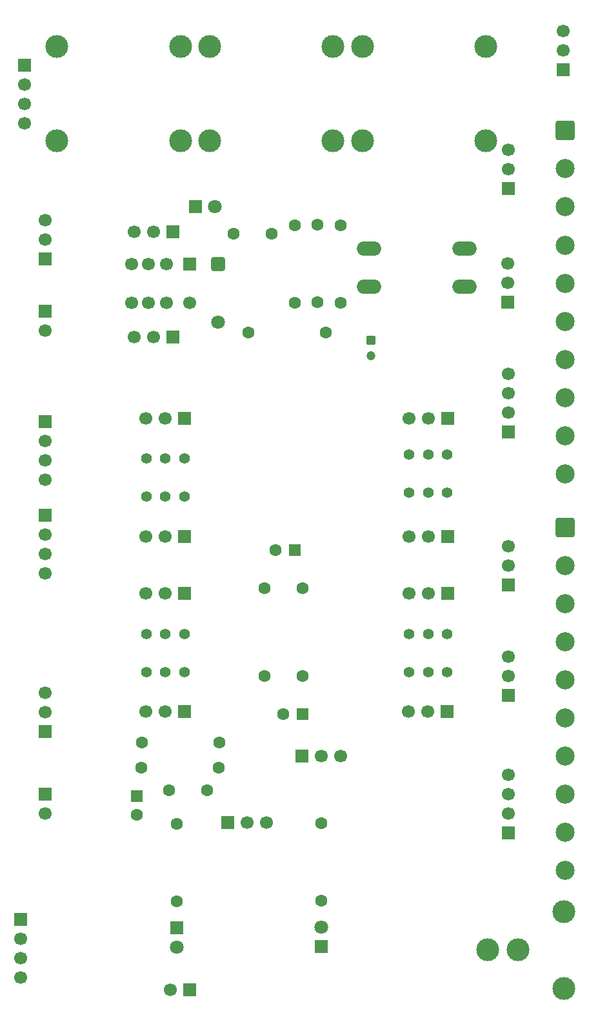
<source format=gbr>
%TF.GenerationSoftware,KiCad,Pcbnew,9.0.4*%
%TF.CreationDate,2025-11-06T00:07:10+01:00*%
%TF.ProjectId,BreadBoard,42726561-6442-46f6-9172-642e6b696361,rev?*%
%TF.SameCoordinates,Original*%
%TF.FileFunction,Soldermask,Bot*%
%TF.FilePolarity,Negative*%
%FSLAX46Y46*%
G04 Gerber Fmt 4.6, Leading zero omitted, Abs format (unit mm)*
G04 Created by KiCad (PCBNEW 9.0.4) date 2025-11-06 00:07:10*
%MOMM*%
%LPD*%
G01*
G04 APERTURE LIST*
G04 Aperture macros list*
%AMRoundRect*
0 Rectangle with rounded corners*
0 $1 Rounding radius*
0 $2 $3 $4 $5 $6 $7 $8 $9 X,Y pos of 4 corners*
0 Add a 4 corners polygon primitive as box body*
4,1,4,$2,$3,$4,$5,$6,$7,$8,$9,$2,$3,0*
0 Add four circle primitives for the rounded corners*
1,1,$1+$1,$2,$3*
1,1,$1+$1,$4,$5*
1,1,$1+$1,$6,$7*
1,1,$1+$1,$8,$9*
0 Add four rect primitives between the rounded corners*
20,1,$1+$1,$2,$3,$4,$5,0*
20,1,$1+$1,$4,$5,$6,$7,0*
20,1,$1+$1,$6,$7,$8,$9,0*
20,1,$1+$1,$8,$9,$2,$3,0*%
G04 Aperture macros list end*
%ADD10C,1.700000*%
%ADD11R,1.700000X1.700000*%
%ADD12C,1.600000*%
%ADD13C,1.400000*%
%ADD14O,3.200000X1.900000*%
%ADD15C,3.000000*%
%ADD16RoundRect,0.250000X-0.550000X0.550000X-0.550000X-0.550000X0.550000X-0.550000X0.550000X0.550000X0*%
%ADD17R,1.800000X1.800000*%
%ADD18C,1.800000*%
%ADD19RoundRect,0.250000X-1.000000X1.000000X-1.000000X-1.000000X1.000000X-1.000000X1.000000X1.000000X0*%
%ADD20C,2.500000*%
%ADD21RoundRect,0.250000X0.550000X0.550000X-0.550000X0.550000X-0.550000X-0.550000X0.550000X-0.550000X0*%
%ADD22RoundRect,0.250000X-0.350000X0.350000X-0.350000X-0.350000X0.350000X-0.350000X0.350000X0.350000X0*%
%ADD23C,1.200000*%
%ADD24RoundRect,0.250000X-0.650000X0.650000X-0.650000X-0.650000X0.650000X-0.650000X0.650000X0.650000X0*%
G04 APERTURE END LIST*
D10*
%TO.C,J4*%
X26500000Y-146040000D03*
X26500000Y-143500000D03*
X26500000Y-140960000D03*
D11*
X26500000Y-138420000D03*
%TD*%
%TO.C,J21*%
X90500000Y-74540000D03*
D10*
X90500000Y-72000000D03*
X90500000Y-69460000D03*
X90500000Y-66920000D03*
%TD*%
D12*
%TO.C,R8*%
X56420000Y-61500000D03*
X66580000Y-61500000D03*
%TD*%
D13*
%TO.C,SW3*%
X82500000Y-106000000D03*
X80000000Y-106000000D03*
X77500000Y-106000000D03*
X82500000Y-101000000D03*
X80000000Y-101000000D03*
X77500000Y-101000000D03*
%TD*%
D11*
%TO.C,J29*%
X48000000Y-72690000D03*
D10*
X45460000Y-72690000D03*
X42920000Y-72690000D03*
%TD*%
D13*
%TO.C,SW2*%
X82500000Y-82500000D03*
X80000000Y-82500000D03*
X77500000Y-82500000D03*
X82500000Y-77500000D03*
X80000000Y-77500000D03*
X77500000Y-77500000D03*
%TD*%
D11*
%TO.C,J10*%
X97750000Y-27000000D03*
D10*
X97750000Y-24460000D03*
X97750000Y-21920000D03*
%TD*%
D11*
%TO.C,J32*%
X46470100Y-48257500D03*
D10*
X43930100Y-48257500D03*
X41390100Y-48257500D03*
%TD*%
D14*
%TO.C,SW1*%
X84750000Y-55500000D03*
X72250000Y-55500000D03*
X84750000Y-50500000D03*
X72250000Y-50500000D03*
%TD*%
D15*
%TO.C,J5*%
X51300000Y-24000000D03*
X51300000Y-36300000D03*
X67500000Y-36300000D03*
X67500000Y-24000000D03*
%TD*%
D16*
%TO.C,C5*%
X41750000Y-122250000D03*
D12*
X41750000Y-124750000D03*
%TD*%
%TO.C,R7*%
X68500000Y-47420000D03*
X68500000Y-57580000D03*
%TD*%
D17*
%TO.C,D3*%
X49460000Y-45000000D03*
D18*
X52000000Y-45000000D03*
%TD*%
D11*
%TO.C,J23*%
X90500000Y-42580000D03*
D10*
X90500000Y-40040000D03*
X90500000Y-37500000D03*
%TD*%
D11*
%TO.C,J9*%
X27000000Y-26430000D03*
D10*
X27000000Y-28970000D03*
X27000000Y-31510000D03*
X27000000Y-34050000D03*
%TD*%
D12*
%TO.C,R2*%
X47000000Y-125920000D03*
X47000000Y-136080000D03*
%TD*%
D11*
%TO.C,J13*%
X53670000Y-125750000D03*
D10*
X56210000Y-125750000D03*
X58750000Y-125750000D03*
%TD*%
D11*
%TO.C,J22*%
X90475000Y-57525000D03*
D10*
X90475000Y-54985000D03*
X90475000Y-52445000D03*
%TD*%
D15*
%TO.C,J6*%
X31300000Y-24000000D03*
X31300000Y-36300000D03*
X47500000Y-36300000D03*
X47500000Y-24000000D03*
%TD*%
D11*
%TO.C,J15*%
X90500000Y-127120000D03*
D10*
X90500000Y-124580000D03*
X90500000Y-122040000D03*
X90500000Y-119500000D03*
%TD*%
D12*
%TO.C,C4*%
X63500000Y-95000000D03*
X58500000Y-95000000D03*
%TD*%
D11*
%TO.C,J25*%
X82540000Y-72690000D03*
D10*
X80000000Y-72690000D03*
X77460000Y-72690000D03*
%TD*%
%TO.C,J18*%
X29750000Y-46710000D03*
X29750000Y-49250000D03*
D11*
X29750000Y-51790000D03*
%TD*%
D15*
%TO.C,J7*%
X87800000Y-142450000D03*
X97800000Y-147450000D03*
X97800000Y-137450000D03*
X91800000Y-142450000D03*
%TD*%
D11*
%TO.C,J12*%
X29775000Y-85450000D03*
D10*
X29775000Y-87990000D03*
X29775000Y-90530000D03*
X29775000Y-93070000D03*
%TD*%
D12*
%TO.C,C8*%
X59472600Y-48500000D03*
X54472600Y-48500000D03*
%TD*%
D11*
%TO.C,J31*%
X48040000Y-95690000D03*
D10*
X45500000Y-95690000D03*
X42960000Y-95690000D03*
%TD*%
D19*
%TO.C,J14*%
X98000000Y-87000000D03*
D20*
X98000000Y-92000000D03*
X98000000Y-97000000D03*
X98000000Y-102000000D03*
X98000000Y-107000000D03*
X98000000Y-112000000D03*
X98000000Y-117000000D03*
X98000000Y-122000000D03*
X98000000Y-127000000D03*
X98000000Y-132000000D03*
%TD*%
D21*
%TO.C,C3*%
X62500000Y-90000000D03*
D12*
X60000000Y-90000000D03*
%TD*%
D11*
%TO.C,J16*%
X90500000Y-109040000D03*
D10*
X90500000Y-106500000D03*
X90500000Y-103960000D03*
%TD*%
D11*
%TO.C,J17*%
X90500000Y-94540000D03*
D10*
X90500000Y-92000000D03*
X90500000Y-89460000D03*
%TD*%
D17*
%TO.C,D1*%
X66000000Y-142000000D03*
D18*
X66000000Y-139460000D03*
%TD*%
D12*
%TO.C,R4*%
X52500000Y-118500000D03*
X42340000Y-118500000D03*
%TD*%
%TO.C,R3*%
X62472600Y-57580000D03*
X62472600Y-47420000D03*
%TD*%
%TO.C,C2*%
X63500000Y-106500000D03*
X58500000Y-106500000D03*
%TD*%
D11*
%TO.C,J30*%
X48040000Y-111190000D03*
D10*
X45500000Y-111190000D03*
X42960000Y-111190000D03*
%TD*%
D22*
%TO.C,C7*%
X72500000Y-62500000D03*
D23*
X72500000Y-64500000D03*
%TD*%
D11*
%TO.C,J24*%
X82525000Y-88215000D03*
D10*
X79985000Y-88215000D03*
X77445000Y-88215000D03*
%TD*%
D11*
%TO.C,J1*%
X29750000Y-73170000D03*
D10*
X29750000Y-75710000D03*
X29750000Y-78250000D03*
X29750000Y-80790000D03*
%TD*%
D11*
%TO.C,J26*%
X82500000Y-111190000D03*
D10*
X79960000Y-111190000D03*
X77420000Y-111190000D03*
%TD*%
D11*
%TO.C,J8*%
X48690000Y-147700000D03*
D10*
X46150000Y-147700000D03*
%TD*%
D12*
%TO.C,R5*%
X42420000Y-115250000D03*
X52580000Y-115250000D03*
%TD*%
D19*
%TO.C,J19*%
X98000000Y-35000000D03*
D20*
X98000000Y-40000000D03*
X98000000Y-45000000D03*
X98000000Y-50000000D03*
X98000000Y-55000000D03*
X98000000Y-60000000D03*
X98000000Y-65000000D03*
X98000000Y-70000000D03*
X98000000Y-75000000D03*
X98000000Y-80000000D03*
%TD*%
D11*
%TO.C,K1*%
X48680100Y-52477500D03*
D10*
X45680100Y-52477500D03*
X43280100Y-52477500D03*
X41080100Y-52477500D03*
X41080100Y-57557500D03*
X43280100Y-57557500D03*
X45680100Y-57557500D03*
X48680100Y-57557500D03*
%TD*%
D11*
%TO.C,J27*%
X82540000Y-95640000D03*
D10*
X80000000Y-95640000D03*
X77460000Y-95640000D03*
%TD*%
D11*
%TO.C,JP1*%
X63420000Y-117000000D03*
D10*
X65960000Y-117000000D03*
X68500000Y-117000000D03*
%TD*%
D11*
%TO.C,J28*%
X48040000Y-88190000D03*
D10*
X45500000Y-88190000D03*
X42960000Y-88190000D03*
%TD*%
D15*
%TO.C,J11*%
X71400000Y-24000000D03*
X71400000Y-36300000D03*
X87600000Y-36300000D03*
X87600000Y-24000000D03*
%TD*%
D11*
%TO.C,J2*%
X29750000Y-58710000D03*
D10*
X29750000Y-61250000D03*
%TD*%
D12*
%TO.C,R6*%
X65472600Y-57500000D03*
X65472600Y-47340000D03*
%TD*%
D13*
%TO.C,SW4*%
X48000000Y-83000000D03*
X45500000Y-83000000D03*
X43000000Y-83000000D03*
X48000000Y-78000000D03*
X45500000Y-78000000D03*
X43000000Y-78000000D03*
%TD*%
D12*
%TO.C,R1*%
X66000000Y-125840000D03*
X66000000Y-136000000D03*
%TD*%
D17*
%TO.C,D2*%
X47000000Y-139500000D03*
D18*
X47000000Y-142040000D03*
%TD*%
D11*
%TO.C,J3*%
X29775000Y-122000000D03*
D10*
X29775000Y-124540000D03*
%TD*%
D21*
%TO.C,C1*%
X63500000Y-111500000D03*
D12*
X61000000Y-111500000D03*
%TD*%
%TO.C,C6*%
X46000000Y-121500000D03*
X51000000Y-121500000D03*
%TD*%
D11*
%TO.C,J20*%
X29750000Y-113830000D03*
D10*
X29750000Y-111290000D03*
X29750000Y-108750000D03*
%TD*%
D13*
%TO.C,SW5*%
X48000000Y-106000000D03*
X45500000Y-106000000D03*
X43000000Y-106000000D03*
X48000000Y-101000000D03*
X45500000Y-101000000D03*
X43000000Y-101000000D03*
%TD*%
D24*
%TO.C,D4*%
X52430100Y-52500000D03*
D18*
X52430100Y-60120000D03*
%TD*%
D11*
%TO.C,J33*%
X46470100Y-62057500D03*
D10*
X43930100Y-62057500D03*
X41390100Y-62057500D03*
%TD*%
M02*

</source>
